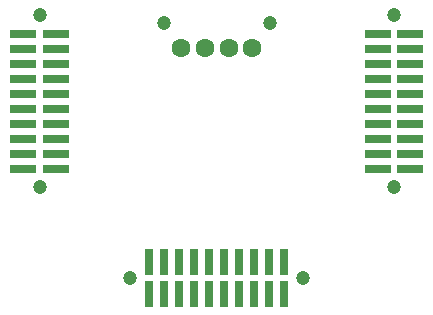
<source format=gbs>
G04 #@! TF.FileFunction,Soldermask,Bot*
%FSLAX46Y46*%
G04 Gerber Fmt 4.6, Leading zero omitted, Abs format (unit mm)*
G04 Created by KiCad (PCBNEW 4.0.2+e4-6225~38~ubuntu14.04.1-stable) date Thu 21 Jul 2016 15:42:58 BST*
%MOMM*%
G01*
G04 APERTURE LIST*
%ADD10C,0.100000*%
%ADD11R,2.220000X0.740000*%
%ADD12C,1.200000*%
%ADD13C,1.600000*%
%ADD14R,0.740000X2.220000*%
G04 APERTURE END LIST*
D10*
D11*
X83635000Y-94285000D03*
X86365000Y-94285000D03*
X83635000Y-95555000D03*
X86365000Y-95555000D03*
X83635000Y-96825000D03*
X86365000Y-96825000D03*
X83635000Y-98095000D03*
X86365000Y-98095000D03*
X83635000Y-99365000D03*
X86365000Y-99365000D03*
X83635000Y-100635000D03*
X86365000Y-100635000D03*
X83635000Y-101905000D03*
X86365000Y-101905000D03*
X83635000Y-103175000D03*
X86365000Y-103175000D03*
X83635000Y-104445000D03*
X86365000Y-104445000D03*
X83635000Y-105715000D03*
X86365000Y-105715000D03*
D12*
X85000000Y-107305000D03*
X85000000Y-92695000D03*
X104500000Y-93400000D03*
X95500000Y-93400000D03*
D13*
X103000000Y-95500000D03*
X101000000Y-95500000D03*
X99000000Y-95500000D03*
X97000000Y-95500000D03*
D11*
X113635000Y-94285000D03*
X116365000Y-94285000D03*
X113635000Y-95555000D03*
X116365000Y-95555000D03*
X113635000Y-96825000D03*
X116365000Y-96825000D03*
X113635000Y-98095000D03*
X116365000Y-98095000D03*
X113635000Y-99365000D03*
X116365000Y-99365000D03*
X113635000Y-100635000D03*
X116365000Y-100635000D03*
X113635000Y-101905000D03*
X116365000Y-101905000D03*
X113635000Y-103175000D03*
X116365000Y-103175000D03*
X113635000Y-104445000D03*
X116365000Y-104445000D03*
X113635000Y-105715000D03*
X116365000Y-105715000D03*
D12*
X115000000Y-107305000D03*
X115000000Y-92695000D03*
D14*
X94285000Y-116365000D03*
X94285000Y-113635000D03*
X95555000Y-116365000D03*
X95555000Y-113635000D03*
X96825000Y-116365000D03*
X96825000Y-113635000D03*
X98095000Y-116365000D03*
X98095000Y-113635000D03*
X99365000Y-116365000D03*
X99365000Y-113635000D03*
X100635000Y-116365000D03*
X100635000Y-113635000D03*
X101905000Y-116365000D03*
X101905000Y-113635000D03*
X103175000Y-116365000D03*
X103175000Y-113635000D03*
X104445000Y-116365000D03*
X104445000Y-113635000D03*
X105715000Y-116365000D03*
X105715000Y-113635000D03*
D12*
X107305000Y-115000000D03*
X92695000Y-115000000D03*
M02*

</source>
